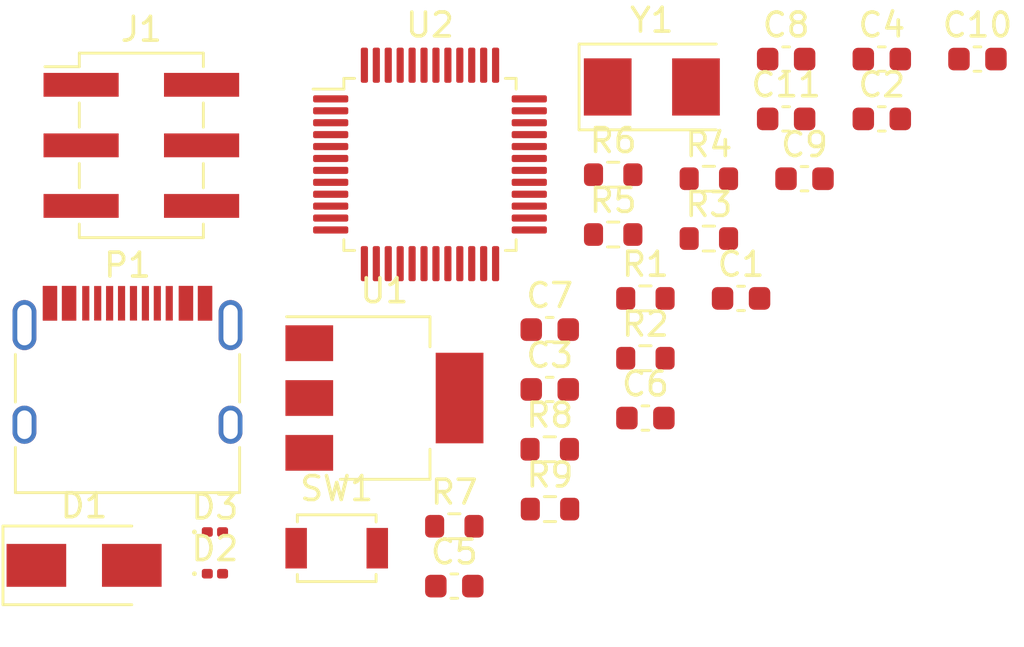
<source format=kicad_pcb>
(kicad_pcb (version 20211014) (generator pcbnew)
  (layers (0 "F.Cu" signal) (31 "B.Cu" signal) (34 "B.Paste" user) (35 "F.Paste" user) (36 "B.SilkS" user "B.Silkscreen") (37 "F.SilkS" user "F.Silkscreen") (38 "B.Mask" user) (39 "F.Mask" user) (44 "Edge.Cuts" user))
  (net 0 "")
  (net 1 "+5V")
  (net 2 "GNDD")
  (net 3 "+3V3")
  (net 4 "RESET")
  (net 5 "OSC_IN")
  (net 6 "OSC_OUT")
  (net 7 "Net-(D1-Pad1)")
  (net 8 "Net-(D2-Pad1)")
  (net 9 "Net-(D3-Pad1)")
  (net 10 "Net-(J1-Pad3)")
  (net 11 "Net-(J1-Pad4)")
  (net 12 "Net-(P1-PadA6)")
  (net 15 "Net-(P1-PadA7)")
  (net 18 "LED")
  (net 19 "PA11")
  (net 20 "PA12")
  (net 21 "BOOT0")
  (net 22 "BOOT1")
  (footprint "Capacitor_SMD:C_0603_1608Metric" (layer "F.Cu") (at 49.13 34.965)
    (fp_text reference "C7" (at 0 -1.43) (layer "F.SilkS"))
    (fp_text value "100nF")
    (fp_line (start -0.14058 -0.51) (end 0.14058 -0.51) (layer "F.SilkS") (width 0.12))
    (fp_line (start -0.14058 0.51) (end 0.14058 0.51) (layer "F.SilkS") (width 0.12))
    (pad "1" smd roundrect locked (at -0.775 0) (size 0.9 0.95) (layers "F.Cu" "F.Paste" "F.Mask") (net 3 "+3V3"))
    (pad "2" smd roundrect locked (at 0.775 0) (size 0.9 0.95) (layers "F.Cu" "F.Paste" "F.Mask") (net 2 "GNDD"))
  )
  (footprint "Connector_USB:USB_C_Receptacle_HRO_TYPE-C-31-M-12" (layer "F.Cu") (at 31.43 37.905)
    (fp_text reference "P1" (at 0 -5.645) (layer "F.SilkS"))
    (fp_text value "USB_C_Plug")
    (fp_line (start -4.7 -1.9) (end -4.7 0.1) (layer "F.SilkS") (width 0.12))
    (fp_line (start -4.7 2) (end -4.7 3.9) (layer "F.SilkS") (width 0.12))
    (fp_line (start 4.7 -1.9) (end 4.7 0.1) (layer "F.SilkS") (width 0.12))
    (fp_line (start 4.7 2) (end 4.7 3.9) (layer "F.SilkS") (width 0.12))
    (fp_line (start -4.7 3.9) (end 4.7 3.9) (layer "F.SilkS") (width 0.12))
    (pad "" np_thru_hole circle locked (at -2.89 -2.6) (size 0.65 0.65) (drill 0.65) (layers *.Cu *.Mask))
    (pad "" np_thru_hole circle locked (at 2.89 -2.6) (size 0.65 0.65) (drill 0.65) (layers *.Cu *.Mask))
    (pad "A1" smd rect locked (at -3.25 -4.045) (size 0.6 1.45) (layers "F.Cu" "F.Paste" "F.Mask") (net 2 "GNDD"))
    (pad "A4" smd rect locked (at -2.45 -4.045) (size 0.6 1.45) (layers "F.Cu" "F.Paste" "F.Mask") (net 7 "Net-(D1-Pad1)"))
    (pad "A5" smd rect locked (at -1.25 -4.045) (size 0.3 1.45) (layers "F.Cu" "F.Paste" "F.Mask"))
    (pad "A6" smd rect locked (at -0.25 -4.045) (size 0.3 1.45) (layers "F.Cu" "F.Paste" "F.Mask") (net 12 "Net-(P1-PadA6)"))
    (pad "A7" smd rect locked (at 0.25 -4.045) (size 0.3 1.45) (layers "F.Cu" "F.Paste" "F.Mask") (net 15 "Net-(P1-PadA7)"))
    (pad "A8" smd rect locked (at 1.25 -4.045) (size 0.3 1.45) (layers "F.Cu" "F.Paste" "F.Mask"))
    (pad "A9" smd rect locked (at 2.45 -4.045) (size 0.6 1.45) (layers "F.Cu" "F.Paste" "F.Mask") (net 7 "Net-(D1-Pad1)"))
    (pad "A12" smd rect locked (at 3.25 -4.045) (size 0.6 1.45) (layers "F.Cu" "F.Paste" "F.Mask") (net 2 "GNDD"))
    (pad "B1" smd rect locked (at 3.25 -4.045) (size 0.6 1.45) (layers "F.Cu" "F.Paste" "F.Mask") (net 2 "GNDD"))
    (pad "B4" smd rect locked (at 2.45 -4.045) (size 0.6 1.45) (layers "F.Cu" "F.Paste" "F.Mask") (net 7 "Net-(D1-Pad1)"))
    (pad "B5" smd rect locked (at 1.75 -4.045) (size 0.3 1.45) (layers "F.Cu" "F.Paste" "F.Mask"))
    (pad "B6" smd rect locked (at 0.75 -4.045) (size 0.3 1.45) (layers "F.Cu" "F.Paste" "F.Mask"))
    (pad "B7" smd rect locked (at -0.75 -4.045) (size 0.3 1.45) (layers "F.Cu" "F.Paste" "F.Mask"))
    (pad "B8" smd rect locked (at -1.75 -4.045) (size 0.3 1.45) (layers "F.Cu" "F.Paste" "F.Mask"))
    (pad "B9" smd rect locked (at -2.45 -4.045) (size 0.6 1.45) (layers "F.Cu" "F.Paste" "F.Mask") (net 7 "Net-(D1-Pad1)"))
    (pad "B12" smd rect locked (at -3.25 -4.045) (size 0.6 1.45) (layers "F.Cu" "F.Paste" "F.Mask") (net 2 "GNDD"))
    (pad "S1" thru_hole oval locked (at 4.32 1.05) (size 1 1.6) (drill oval 0.6 1.2) (layers *.Cu *.Mask) (net 2 "GNDD"))
    (pad "S1" thru_hole oval locked (at -4.32 1.05) (size 1 1.6) (drill oval 0.6 1.2) (layers *.Cu *.Mask) (net 2 "GNDD"))
    (pad "S1" thru_hole oval locked (at -4.32 -3.13) (size 1 2.1) (drill oval 0.6 1.7) (layers *.Cu *.Mask) (net 2 "GNDD"))
    (pad "S1" thru_hole oval locked (at 4.32 -3.13) (size 1 2.1) (drill oval 0.6 1.7) (layers *.Cu *.Mask) (net 2 "GNDD"))
  )
  (footprint "Capacitor_SMD:C_0603_1608Metric" (layer "F.Cu") (at 63.05 26.125)
    (fp_text reference "C2" (at 0 -1.43) (layer "F.SilkS"))
    (fp_text value "100nF")
    (fp_line (start -0.14058 0.51) (end 0.14058 0.51) (layer "F.SilkS") (width 0.12))
    (fp_line (start -0.14058 -0.51) (end 0.14058 -0.51) (layer "F.SilkS") (width 0.12))
    (pad "1" smd roundrect locked (at -0.775 0) (size 0.9 0.95) (layers "F.Cu" "F.Paste" "F.Mask") (net 1 "+5V"))
    (pad "2" smd roundrect locked (at 0.775 0) (size 0.9 0.95) (layers "F.Cu" "F.Paste" "F.Mask") (net 2 "GNDD"))
  )
  (footprint "Resistor_SMD:R_0603_1608Metric" (layer "F.Cu") (at 45.13 43.215)
    (fp_text reference "R7" (at 0 -1.43) (layer "F.SilkS"))
    (fp_text value "1M")
    (fp_line (start -0.237258 -0.5225) (end 0.237258 -0.5225) (layer "F.SilkS") (width 0.12))
    (fp_line (start -0.237258 0.5225) (end 0.237258 0.5225) (layer "F.SilkS") (width 0.12))
    (pad "1" smd roundrect locked (at -0.825 0) (size 0.8 0.95) (layers "F.Cu" "F.Paste" "F.Mask") (net 5 "OSC_IN"))
    (pad "2" smd roundrect locked (at 0.825 0) (size 0.8 0.95) (layers "F.Cu" "F.Paste" "F.Mask") (net 6 "OSC_OUT"))
  )
  (footprint "Resistor_SMD:R_0603_1608Metric" (layer "F.Cu") (at 53.14 33.655)
    (fp_text reference "R1" (at 0 -1.43) (layer "F.SilkS"))
    (fp_text value "510R")
    (fp_line (start -0.237258 -0.5225) (end 0.237258 -0.5225) (layer "F.SilkS") (width 0.12))
    (fp_line (start -0.237258 0.5225) (end 0.237258 0.5225) (layer "F.SilkS") (width 0.12))
    (pad "1" smd roundrect locked (at -0.825 0) (size 0.8 0.95) (layers "F.Cu" "F.Paste" "F.Mask") (net 8 "Net-(D2-Pad1)"))
    (pad "2" smd roundrect locked (at 0.825 0) (size 0.8 0.95) (layers "F.Cu" "F.Paste" "F.Mask") (net 18 "LED"))
  )
  (footprint "Capacitor_SMD:C_0603_1608Metric" (layer "F.Cu") (at 59.04 23.615)
    (fp_text reference "C8" (at 0 -1.43) (layer "F.SilkS"))
    (fp_text value "100nF")
    (fp_line (start -0.14058 -0.51) (end 0.14058 -0.51) (layer "F.SilkS") (width 0.12))
    (fp_line (start -0.14058 0.51) (end 0.14058 0.51) (layer "F.SilkS") (width 0.12))
    (pad "1" smd roundrect locked (at -0.775 0) (size 0.9 0.95) (layers "F.Cu" "F.Paste" "F.Mask") (net 3 "+3V3"))
    (pad "2" smd roundrect locked (at 0.775 0) (size 0.9 0.95) (layers "F.Cu" "F.Paste" "F.Mask") (net 2 "GNDD"))
  )
  (footprint "Diode_SMD:D_0201_0603Metric" (layer "F.Cu") (at 35.095 45.205)
    (fp_text reference "D2" (at 0 -1.05) (layer "F.SilkS"))
    (fp_text value "LED")
    (fp_circle (center -0.86 0) (end -0.81 0) (layer "F.SilkS") (width 0.1) (fill none))
    (pad "1" smd roundrect locked (at -0.32 0) (size 0.46 0.4) (layers "F.Cu" "F.Mask") (net 8 "Net-(D2-Pad1)"))
    (pad "2" smd roundrect locked (at 0.32 0) (size 0.46 0.4) (layers "F.Cu" "F.Mask") (net 3 "+3V3"))
  )
  (footprint "Package_TO_SOT_SMD:SOT-223-3_TabPin2" (layer "F.Cu") (at 42.2 37.835)
    (fp_text reference "U1" (at 0 -4.5) (layer "F.SilkS"))
    (fp_text value "AMS1117-3.3")
    (fp_line (start 1.91 3.41) (end 1.91 2.15) (layer "F.SilkS") (width 0.12))
    (fp_line (start -1.85 3.41) (end 1.91 3.41) (layer "F.SilkS") (width 0.12))
    (fp_line (start 1.91 -3.41) (end 1.91 -2.15) (layer "F.SilkS") (width 0.12))
    (fp_line (start -4.1 -3.41) (end 1.91 -3.41) (layer "F.SilkS") (width 0.12))
    (pad "1" smd rect locked (at -3.15 -2.3) (size 2 1.5) (layers "F.Cu" "F.Paste" "F.Mask") (net 2 "GNDD"))
    (pad "2" smd rect locked (at -3.15 0) (size 2 1.5) (layers "F.Cu" "F.Paste" "F.Mask") (net 3 "+3V3"))
    (pad "2" smd rect locked (at 3.15 0) (size 2 3.8) (layers "F.Cu" "F.Paste" "F.Mask") (net 3 "+3V3"))
    (pad "3" smd rect locked (at -3.15 2.3) (size 2 1.5) (layers "F.Cu" "F.Paste" "F.Mask") (net 1 "+5V"))
  )
  (footprint "Capacitor_SMD:C_0603_1608Metric" (layer "F.Cu") (at 45.13 45.725)
    (fp_text reference "C5" (at 0 -1.43) (layer "F.SilkS"))
    (fp_text value "100nF")
    (fp_line (start -0.14058 0.51) (end 0.14058 0.51) (layer "F.SilkS") (width 0.12))
    (fp_line (start -0.14058 -0.51) (end 0.14058 -0.51) (layer "F.SilkS") (width 0.12))
    (pad "1" smd roundrect locked (at -0.775 0) (size 0.9 0.95) (layers "F.Cu" "F.Paste" "F.Mask") (net 3 "+3V3"))
    (pad "2" smd roundrect locked (at 0.775 0) (size 0.9 0.95) (layers "F.Cu" "F.Paste" "F.Mask") (net 2 "GNDD"))
  )
  (footprint "Resistor_SMD:R_0603_1608Metric" (layer "F.Cu") (at 51.79 30.975)
    (fp_text reference "R5" (at 0 -1.43) (layer "F.SilkS"))
    (fp_text value "4K7")
    (fp_line (start -0.237258 -0.5225) (end 0.237258 -0.5225) (layer "F.SilkS") (width 0.12))
    (fp_line (start -0.237258 0.5225) (end 0.237258 0.5225) (layer "F.SilkS") (width 0.12))
    (pad "1" smd roundrect locked (at -0.825 0) (size 0.8 0.95) (layers "F.Cu" "F.Paste" "F.Mask") (net 1 "+5V"))
    (pad "2" smd roundrect locked (at 0.825 0) (size 0.8 0.95) (layers "F.Cu" "F.Paste" "F.Mask") (net 20 "PA12"))
  )
  (footprint "Button_Switch_SMD:SW_SPST_B3U-1000P" (layer "F.Cu") (at 40.2 44.135)
    (fp_text reference "SW1" (at 0 -2.5) (layer "F.SilkS"))
    (fp_text value "Reset")
    (fp_line (start -1.65 1.1) (end -1.65 1.4) (layer "F.SilkS") (width 0.12))
    (fp_line (start -1.65 -1.4) (end 1.65 -1.4) (layer "F.SilkS") (width 0.12))
    (fp_line (start 1.65 -1.4) (end 1.65 -1.1) (layer "F.SilkS") (width 0.12))
    (fp_line (start 1.65 1.4) (end 1.65 1.1) (layer "F.SilkS") (width 0.12))
    (fp_line (start -1.65 -1.1) (end -1.65 -1.4) (layer "F.SilkS") (width 0.12))
    (fp_line (start -1.65 1.4) (end 1.65 1.4) (layer "F.SilkS") (width 0.12))
    (pad "1" smd rect locked (at -1.7 0) (size 0.9 1.7) (layers "F.Cu" "F.Paste" "F.Mask") (net 2 "GNDD"))
    (pad "2" smd rect locked (at 1.7 0) (size 0.9 1.7) (layers "F.Cu" "F.Paste" "F.Mask") (net 4 "RESET"))
  )
  (footprint "Capacitor_SMD:C_0603_1608Metric" (layer "F.Cu") (at 59.81 28.635)
    (fp_text reference "C9" (at 0 -1.43) (layer "F.SilkS"))
    (fp_text value "1uF")
    (fp_line (start -0.14058 0.51) (end 0.14058 0.51) (layer "F.SilkS") (width 0.12))
    (fp_line (start -0.14058 -0.51) (end 0.14058 -0.51) (layer "F.SilkS") (width 0.12))
    (pad "1" smd roundrect locked (at -0.775 0) (size 0.9 0.95) (layers "F.Cu" "F.Paste" "F.Mask") (net 4 "RESET"))
    (pad "2" smd roundrect locked (at 0.775 0) (size 0.9 0.95) (layers "F.Cu" "F.Paste" "F.Mask") (net 2 "GNDD"))
  )
  (footprint "Resistor_SMD:R_0603_1608Metric" (layer "F.Cu") (at 51.79 28.465)
    (fp_text reference "R6" (at 0 -1.43) (layer "F.SilkS"))
    (fp_text value "10K")
    (fp_line (start -0.237258 -0.5225) (end 0.237258 -0.5225) (layer "F.SilkS") (width 0.12))
    (fp_line (start -0.237258 0.5225) (end 0.237258 0.5225) (layer "F.SilkS") (width 0.12))
    (pad "1" smd roundrect locked (at -0.825 0) (size 0.8 0.95) (layers "F.Cu" "F.Paste" "F.Mask") (net 4 "RESET"))
    (pad "2" smd roundrect locked (at 0.825 0) (size 0.8 0.95) (layers "F.Cu" "F.Paste" "F.Mask") (net 3 "+3V3"))
  )
  (footprint "Resistor_SMD:R_0603_1608Metric" (layer "F.Cu") (at 55.8 31.145)
    (fp_text reference "R3" (at 0 -1.43) (layer "F.SilkS"))
    (fp_text value "510R")
    (fp_line (start -0.237258 -0.5225) (end 0.237258 -0.5225) (layer "F.SilkS") (width 0.12))
    (fp_line (start -0.237258 0.5225) (end 0.237258 0.5225) (layer "F.SilkS") (width 0.12))
    (pad "1" smd roundrect locked (at -0.825 0) (size 0.8 0.95) (layers "F.Cu" "F.Paste" "F.Mask") (net 9 "Net-(D3-Pad1)"))
    (pad "2" smd roundrect locked (at 0.825 0) (size 0.8 0.95) (layers "F.Cu" "F.Paste" "F.Mask") (net 2 "GNDD"))
  )
  (footprint "Diode_SMD:D_0201_0603Metric" (layer "F.Cu") (at 35.095 43.455)
    (fp_text reference "D3" (at 0 -1.05) (layer "F.SilkS"))
    (fp_text value "PWR")
    (fp_circle (center -0.86 0) (end -0.81 0) (layer "F.SilkS") (width 0.1) (fill none))
    (pad "1" smd roundrect locked (at -0.32 0) (size 0.46 0.4) (layers "F.Cu" "F.Mask") (net 9 "Net-(D3-Pad1)"))
    (pad "2" smd roundrect locked (at 0.32 0) (size 0.46 0.4) (layers "F.Cu" "F.Mask") (net 3 "+3V3"))
  )
  (footprint "Capacitor_SMD:C_0603_1608Metric" (layer "F.Cu") (at 63.05 23.615)
    (fp_text reference "C4" (at 0 -1.43) (layer "F.SilkS"))
    (fp_text value "330uF")
    (fp_line (start -0.14058 0.51) (end 0.14058 0.51) (layer "F.SilkS") (width 0.12))
    (fp_line (start -0.14058 -0.51) (end 0.14058 -0.51) (layer "F.SilkS") (width 0.12))
    (pad "1" smd roundrect locked (at -0.775 0) (size 0.9 0.95) (layers "F.Cu" "F.Paste" "F.Mask") (net 3 "+3V3"))
    (pad "2" smd roundrect locked (at 0.775 0) (size 0.9 0.95) (layers "F.Cu" "F.Paste" "F.Mask") (net 2 "GNDD"))
  )
  (footprint "Capacitor_SMD:C_0603_1608Metric" (layer "F.Cu") (at 49.13 37.475)
    (fp_text reference "C3" (at 0 -1.43) (layer "F.SilkS"))
    (fp_text value "100nF")
    (fp_line (start -0.14058 -0.51) (end 0.14058 -0.51) (layer "F.SilkS") (width 0.12))
    (fp_line (start -0.14058 0.51) (end 0.14058 0.51) (layer "F.SilkS") (width 0.12))
    (pad "1" smd roundrect locked (at -0.775 0) (size 0.9 0.95) (layers "F.Cu" "F.Paste" "F.Mask") (net 3 "+3V3"))
    (pad "2" smd roundrect locked (at 0.775 0) (size 0.9 0.95) (layers "F.Cu" "F.Paste" "F.Mask") (net 2 "GNDD"))
  )
  (footprint "Capacitor_SMD:C_0603_1608Metric" (layer "F.Cu") (at 53.14 38.675)
    (fp_text reference "C6" (at 0 -1.43) (layer "F.SilkS"))
    (fp_text value "100nF")
    (fp_line (start -0.14058 0.51) (end 0.14058 0.51) (layer "F.SilkS") (width 0.12))
    (fp_line (start -0.14058 -0.51) (end 0.14058 -0.51) (layer "F.SilkS") (width 0.12))
    (pad "1" smd roundrect locked (at -0.775 0) (size 0.9 0.95) (layers "F.Cu" "F.Paste" "F.Mask") (net 3 "+3V3"))
    (pad "2" smd roundrect locked (at 0.775 0) (size 0.9 0.95) (layers "F.Cu" "F.Paste" "F.Mask") (net 2 "GNDD"))
  )
  (footprint "Connector_PinHeader_2.54mm:PinHeader_2x03_P2.54mm_Vertical_SMD" (layer "F.Cu") (at 32.01 27.235)
    (fp_text reference "J1" (at 0 -4.87) (layer "F.SilkS"))
    (fp_text value "BOOT MODE")
    (fp_line (start -2.6 -3.87) (end -2.6 -3.3) (layer "F.SilkS") (width 0.12))
    (fp_line (start -2.6 3.3) (end -2.6 3.87) (layer "F.SilkS") (width 0.12))
    (fp_line (start 2.6 0.76) (end 2.6 1.78) (layer "F.SilkS") (width 0.12))
    (fp_line (start -2.6 0.76) (end -2.6 1.78) (layer "F.SilkS") (width 0.12))
    (fp_line (start -2.6 -3.87) (end 2.6 -3.87) (layer "F.SilkS") (width 0.12))
    (fp_line (start -4.04 -3.3) (end -2.6 -3.3) (layer "F.SilkS") (width 0.12))
    (fp_line (start 2.6 3.3) (end 2.6 3.87) (layer "F.SilkS") (width 0.12))
    (fp_line (start -2.6 -1.78) (end -2.6 -0.76) (layer "F.SilkS") (width 0.12))
    (fp_line (start -2.6 3.87) (end 2.6 3.87) (layer "F.SilkS") (width 0.12))
    (fp_line (start 2.6 -1.78) (end 2.6 -0.76) (layer "F.SilkS") (width 0.12))
    (fp_line (start 2.6 -3.87) (end 2.6 -3.3) (layer "F.SilkS") (width 0.12))
    (pad "1" smd rect locked (at -2.525 -2.54) (size 3.15 1) (layers "F.Cu" "F.Paste" "F.Mask") (net 3 "+3V3"))
    (pad "2" smd rect locked (at 2.525 -2.54) (size 3.15 1) (layers "F.Cu" "F.Paste" "F.Mask") (net 3 "+3V3"))
    (pad "3" smd rect locked (at -2.525 0) (size 3.15 1) (layers "F.Cu" "F.Paste" "F.Mask") (net 10 "Net-(J1-Pad3)"))
    (pad "4" smd rect locked (at 2.525 0) (size 3.15 1) (layers "F.Cu" "F.Paste" "F.Mask") (net 11 "Net-(J1-Pad4)"))
    (pad "5" smd rect locked (at -2.525 2.54) (size 3.15 1) (layers "F.Cu" "F.Paste" "F.Mask") (net 2 "GNDD"))
    (pad "6" smd rect locked (at 2.525 2.54) (size 3.15 1) (layers "F.Cu" "F.Paste" "F.Mask") (net 2 "GNDD"))
  )
  (footprint "Resistor_SMD:R_0603_1608Metric" (layer "F.Cu") (at 49.13 39.985)
    (fp_text reference "R8" (at 0 -1.43) (layer "F.SilkS"))
    (fp_text value "100K")
    (fp_line (start -0.237258 0.5225) (end 0.237258 0.5225) (layer "F.SilkS") (width 0.12))
    (fp_line (start -0.237258 -0.5225) (end 0.237258 -0.5225) (layer "F.SilkS") (width 0.12))
    (pad "1" smd roundrect locked (at -0.825 0) (size 0.8 0.95) (layers "F.Cu" "F.Paste" "F.Mask") (net 21 "BOOT0"))
    (pad "2" smd roundrect locked (at 0.825 0) (size 0.8 0.95) (layers "F.Cu" "F.Paste" "F.Mask") (net 10 "Net-(J1-Pad3)"))
  )
  (footprint "Crystal:Crystal_SMD_5032-2Pin_5.0x3.2mm" (layer "F.Cu") (at 53.41 24.785)
    (fp_text reference "Y1" (at 0 -2.8) (layer "F.SilkS"))
    (fp_text value "8MHz")
    (fp_line (start -3.05 -1.8) (end -3.05 1.8) (layer "F.SilkS") (width 0.12))
    (fp_line (start -3.05 1.8) (end 2.7 1.8) (layer "F.SilkS") (width 0.12))
    (fp_line (start 2.7 -1.8) (end -3.05 -1.8) (layer "F.SilkS") (width 0.12))
    (pad "1" smd rect locked (at -1.85 0) (size 2 2.4) (layers "F.Cu" "F.Paste" "F.Mask") (net 6 "OSC_OUT"))
    (pad "2" smd rect locked (at 1.85 0) (size 2 2.4) (layers "F.Cu" "F.Paste" "F.Mask") (net 5 "OSC_IN"))
  )
  (footprint "Package_QFP:LQFP-48_7x7mm_P0.5mm" (layer "F.Cu") (at 44.11 28.035)
    (fp_text reference "U2" (at 0 -5.85) (layer "F.SilkS"))
    (fp_text value "STM32F030C8Tx")
    (fp_line (start -3.61 -3.16) (end -4.9 -3.16) (layer "F.SilkS") (width 0.12))
    (fp_line (start -3.61 3.61) (end -3.61 3.16) (layer "F.SilkS") (width 0.12))
    (fp_line (start 3.16 3.61) (end 3.61 3.61) (layer "F.SilkS") (width 0.12))
    (fp_line (start 3.61 3.61) (end 3.61 3.16) (layer "F.SilkS") (width 0.12))
    (fp_line (start -3.16 3.61) (end -3.61 3.61) (layer "F.SilkS") (width 0.12))
    (fp_line (start -3.61 -3.61) (end -3.61 -3.16) (layer "F.SilkS") (width 0.12))
    (fp_line (start 3.16 -3.61) (end 3.61 -3.61) (layer "F.SilkS") (width 0.12))
    (fp_line (start -3.16 -3.61) (end -3.61 -3.61) (layer "F.SilkS") (width 0.12))
    (fp_line (start 3.61 -3.61) (end 3.61 -3.16) (layer "F.SilkS") (width 0.12))
    (pad "1" smd roundrect locked (at -4.1625 -2.75) (size 1.475 0.3) (layers "F.Cu" "F.Paste" "F.Mask") (net 3 "+3V3"))
    (pad "2" smd roundrect locked (at -4.1625 -2.25) (size 1.475 0.3) (layers "F.Cu" "F.Paste" "F.Mask") (net 18 "LED"))
    (pad "3" smd roundrect locked (at -4.1625 -1.75) (size 1.475 0.3) (layers "F.Cu" "F.Paste" "F.Mask"))
    (pad "4" smd roundrect locked (at -4.1625 -1.25) (size 1.475 0.3) (layers "F.Cu" "F.Paste" "F.Mask"))
    (pad "5" smd roundrect locked (at -4.1625 -0.75) (size 1.475 0.3) (layers "F.Cu" "F.Paste" "F.Mask") (net 5 "OSC_IN"))
    (pad "6" smd roundrect locked (at -4.1625 -0.25) (size 1.475 0.3) (layers "F.Cu" "F.Paste" "F.Mask") (net 6 "OSC_OUT"))
    (pad "7" smd roundrect locked (at -4.1625 0.25) (size 1.475 0.3) (layers "F.Cu" "F.Paste" "F.Mask") (net 4 "RESET"))
    (pad "8" smd roundrect locked (at -4.1625 0.75) (size 1.475 0.3) (layers "F.Cu" "F.Paste" "F.Mask") (net 2 "GNDD"))
    (pad "9" smd roundrect locked (at -4.1625 1.25) (size 1.475 0.3) (layers "F.Cu" "F.Paste" "F.Mask") (net 3 "+3V3"))
    (pad "10" smd roundrect locked (at -4.1625 1.75) (size 1.475 0.3) (layers "F.Cu" "F.Paste" "F.Mask"))
    (pad "11" smd roundrect locked (at -4.1625 2.25) (size 1.475 0.3) (layers "F.Cu" "F.Paste" "F.Mask"))
    (pad "12" smd roundrect locked (at -4.1625 2.75) (size 1.475 0.3) (layers "F.Cu" "F.Paste" "F.Mask"))
    (pad "13" smd roundrect locked (at -2.75 4.1625) (size 0.3 1.475) (layers "F.Cu" "F.Paste" "F.Mask"))
    (pad "14" smd roundrect locked (at -2.25 4.1625) (size 0.3 1.475) (layers "F.Cu" "F.Paste" "F.Mask"))
    (pad "15" smd roundrect locked (at -1.75 4.1625) (size 0.3 1.475) (layers "F.Cu" "F.Paste" "F.Mask"))
    (pad "16" smd roundrect locked (at -1.25 4.1625) (size 0.3 1.475) (layers "F.Cu" "F.Paste" "F.Mask"))
    (pad "17" smd roundrect locked (at -0.75 4.1625) (size 0.3 1.475) (layers "F.Cu" "F.Paste" "F.Mask"))
    (pad "18" smd roundrect locked (at -0.25 4.1625) (size 0.3 1.475) (layers "F.Cu" "F.Paste" "F.Mask"))
    (pad "19" smd roundrect locked (at 0.25 4.1625) (size 0.3 1.475) (layers "F.Cu" "F.Paste" "F.Mask"))
    (pad "20" smd roundrect locked (at 0.75 4.1625) (size 0.3 1.475) (layers "F.Cu" "F.Paste" "F.Mask") (net 22 "BOOT1"))
    (pad "21" smd roundrect locked (at 1.25 4.1625) (size 0.3 1.475) (layers "F.Cu" "F.Paste" "F.Mask"))
    (pad "22" smd roundrect locked (at 1.75 4.1625) (size 0.3 1.475) (layers "F.Cu" "F.Paste" "F.Mask"))
    (pad "23" smd roundrect locked (at 2.25 4.1625) (size 0.3 1.475) (layers "F.Cu" "F.Paste" "F.Mask") (net 2 "GNDD"))
    (pad "24" smd roundrect locked (at 2.75 4.1625) (size 0.3 1.475) (layers "F.Cu" "F.Paste" "F.Mask") (net 3 "+3V3"))
    (pad "25" smd roundrect locked (at 4.1625 2.75) (size 1.475 0.3) (layers "F.Cu" "F.Paste" "F.Mask"))
    (pad "26" smd roundrect locked (at 4.1625 2.25) (size 1.475 0.3) (layers "F.Cu" "F.Paste" "F.Mask"))
    (pad "27" smd roundrect locked (at 4.1625 1.75) (size 1.475 0.3) (layers "F.Cu" "F.Paste" "F.Mask"))
    (pad "28" smd roundrect locked (at 4.1625 1.25) (size 1.475 0.3) (layers "F.Cu" "F.Paste" "F.Mask"))
    (pad "29" smd roundrect locked (at 4.1625 0.75) (size 1.475 0.3) (layers "F.Cu" "F.Paste" "F.Mask"))
    (pad "30" smd roundrect locked (at 4.1625 0.25) (size 1.475 0.3) (layers "F.Cu" "F.Paste" "F.Mask"))
    (pad "31" smd roundrect locked (at 4.1625 -0.25) (size 1.475 0.3) (layers "F.Cu" "F.Paste" "F.Mask"))
    (pad "32" smd roundrect locked (at 4.1625 -0.75) (size 1.475 0.3) (layers "F.Cu" "F.Paste" "F.Mask") (net 19 "PA11"))
    (pad "33" smd roundrect locked (at 4.1625 -1.25) (size 1.475 0.3) (layers "F.Cu" "F.Paste" "F.Mask") (net 20 "PA12"))
    (pad "34" smd roundrect locked (at 4.1625 -1.75) (size 1.475 0.3) (layers "F.Cu" "F.Paste" "F.Mask"))
    (pad "35" smd roundrect locked (at 4.1625 -2.25) (size 1.475 0.3) (layers "F.Cu" "F.Paste" "F.Mask") (net 2 "GNDD"))
    (pad "36" smd roundrect locked (at 4.1625 -2.75) (size 1.475 0.3) (layers "F.Cu" "F.Paste" "F.Mask") (net 3 "+3V3"))
    (pad "37" smd roundrect locked (at 2.75 -4.1625) (size 0.3 1.475) (layers "F.Cu" "F.Paste" "F.Mask"))
    (pad "38" smd roundrect locked (at 2.25 -4.1625) (size 0.3 1.475) (layers "F.Cu" "F.Paste" "F.Mask"))
    (pad "39" smd roundrect locked (at 1.75 -4.1625) (size 0.3 1.475) (layers "F.Cu" "F.Paste" "F.Mask"))
    (pad "40" smd roundrect locked (at 1.25 -4.1625) (size 0.3 1.475) (layers "F.Cu" "F.Paste" "F.Mask"))
    (pad "41" smd roundrect locked (at 0.75 -4.1625) (size 0.3 1.475) (layers "F.Cu" "F.Paste" "F.Mask"))
    (pad "42" smd roundrect locked (at 0.25 -4.1625) (size 0.3 1.475) (layers "F.Cu" "F.Paste" "F.Mask"))
    (pad "43" smd roundrect locked (at -0.25 -4.1625) (size 0.3 1.475) (layers "F.Cu" "F.Paste" "F.Mask"))
    (pad "44" smd roundrect locked (at -0.75 -4.1625) (size 0.3 1.475) (layers "F.Cu" "F.Paste" "F.Mask") (net 21 "BOOT0"))
    (pad "45" smd roundrect locked (at -1.25 -4.1625) (size 0.3 1.475) (layers "F.Cu" "F.Paste" "F.Mask"))
    (pad "46" smd roundrect locked (at -1.75 -4.1625) (size 0.3 1.475) (layers "F.Cu" "F.Paste" "F.Mask"))
    (pad "47" smd roundrect locked (at -2.25 -4.1625) (size 0.3 1.475) (layers "F.Cu" "F.Paste" "F.Mask") (net 2 "GNDD"))
    (pad "48" smd roundrect locked (at -2.75 -4.1625) (size 0.3 1.475) (layers "F.Cu" "F.Paste" "F.Mask") (net 3 "+3V3"))
  )
  (footprint "Resistor_SMD:R_0603_1608Metric" (layer "F.Cu") (at 55.8 28.635)
    (fp_text reference "R4" (at 0 -1.43) (layer "F.SilkS"))
    (fp_text value "20R")
    (fp_line (start -0.237258 0.5225) (end 0.237258 0.5225) (layer "F.SilkS") (width 0.12))
    (fp_line (start -0.237258 -0.5225) (end 0.237258 -0.5225) (layer "F.SilkS") (width 0.12))
    (pad "1" smd roundrect locked (at -0.825 0) (size 0.8 0.95) (layers "F.Cu" "F.Paste" "F.Mask") (net 12 "Net-(P1-PadA6)"))
    (pad "2" smd roundrect locked (at 0.825 0) (size 0.8 0.95) (layers "F.Cu" "F.Paste" "F.Mask") (net 20 "PA12"))
  )
  (footprint "Diode_SMD:D_SMA" (layer "F.Cu") (at 29.61 44.855)
    (fp_text reference "D1" (at 0 -2.5) (layer "F.SilkS"))
    (fp_text value "SS110")
    (fp_line (start -3.4 1.65) (end 2 1.65) (layer "F.SilkS") (width 0.12))
    (fp_line (start -3.4 -1.65) (end 2 -1.65) (layer "F.SilkS") (width 0.12))
    (fp_line (start -3.4 -1.65) (end -3.4 1.65) (layer "F.SilkS") (width 0.12))
    (pad "1" smd rect locked (at -2 0) (size 2.5 1.8) (layers "F.Cu" "F.Paste" "F.Mask") (net 7 "Net-(D1-Pad1)"))
    (pad "2" smd rect locked (at 2 0) (size 2.5 1.8) (layers "F.Cu" "F.Paste" "F.Mask") (net 1 "+5V"))
  )
  (footprint "Capacitor_SMD:C_0603_1608Metric" (layer "F.Cu") (at 59.04 26.125)
    (fp_text reference "C11" (at 0 -1.43) (layer "F.SilkS"))
    (fp_text value "20pF")
    (fp_line (start -0.14058 -0.51) (end 0.14058 -0.51) (layer "F.SilkS") (width 0.12))
    (fp_line (start -0.14058 0.51) (end 0.14058 0.51) (layer "F.SilkS") (width 0.12))
    (pad "1" smd roundrect locked (at -0.775 0) (size 0.9 0.95) (layers "F.Cu" "F.Paste" "F.Mask") (net 6 "OSC_OUT"))
    (pad "2" smd roundrect locked (at 0.775 0) (size 0.9 0.95) (layers "F.Cu" "F.Paste" "F.Mask") (net 2 "GNDD"))
  )
  (footprint "Capacitor_SMD:C_0603_1608Metric" (layer "F.Cu") (at 57.15 33.655)
    (fp_text reference "C1" (at 0 -1.43) (layer "F.SilkS"))
    (fp_text value "100uF")
    (fp_line (start -0.14058 -0.51) (end 0.14058 -0.51) (layer "F.SilkS") (width 0.12))
    (fp_line (start -0.14058 0.51) (end 0.14058 0.51) (layer "F.SilkS") (width 0.12))
    (pad "1" smd roundrect locked (at -0.775 0) (size 0.9 0.95) (layers "F.Cu" "F.Paste" "F.Mask") (net 1 "+5V"))
    (pad "2" smd roundrect locked (at 0.775 0) (size 0.9 0.95) (layers "F.Cu" "F.Paste" "F.Mask") (net 2 "GNDD"))
  )
  (footprint "Resistor_SMD:R_0603_1608Metric" (layer "F.Cu") (at 53.14 36.165)
    (fp_text reference "R2" (at 0 -1.43) (layer "F.SilkS"))
    (fp_text value "20R")
    (fp_line (start -0.237258 -0.5225) (end 0.237258 -0.5225) (layer "F.SilkS") (width 0.12))
    (fp_line (start -0.237258 0.5225) (end 0.237258 0.5225) (layer "F.SilkS") (width 0.12))
    (pad "1" smd roundrect locked (at -0.825 0) (size 0.8 0.95) (layers "F.Cu" "F.Paste" "F.Mask") (net 15 "Net-(P1-PadA7)"))
    (pad "2" smd roundrect locked (at 0.825 0) (size 0.8 0.95) (layers "F.Cu" "F.Paste" "F.Mask") (net 19 "PA11"))
  )
  (footprint "Resistor_SMD:R_0603_1608Metric" (layer "F.Cu") (at 49.14 42.495)
    (fp_text reference "R9" (at 0 -1.43) (layer "F.SilkS"))
    (fp_text value "100K")
    (fp_line (start -0.237258 -0.5225) (end 0.237258 -0.5225) (layer "F.SilkS") (width 0.12))
    (fp_line (start -0.237258 0.5225) (end 0.237258 0.5225) (layer "F.SilkS") (width 0.12))
    (pad "1" smd roundrect locked (at -0.825 0) (size 0.8 0.95) (layers "F.Cu" "F.Paste" "F.Mask") (net 11 "Net-(J1-Pad4)"))
    (pad "2" smd roundrect locked (at 0.825 0) (size 0.8 0.95) (layers "F.Cu" "F.Paste" "F.Mask") (net 22 "BOOT1"))
  )
  (footprint "Capacitor_SMD:C_0603_1608Metric" (layer "F.Cu") (at 67.06 23.615)
    (fp_text reference "C10" (at 0 -1.43) (layer "F.SilkS"))
    (fp_text value "20pF")
    (fp_line (start -0.14058 -0.51) (end 0.14058 -0.51) (layer "F.SilkS") (width 0.12))
    (fp_line (start -0.14058 0.51) (end 0.14058 0.51) (layer "F.SilkS") (width 0.12))
    (pad "1" smd roundrect locked (at -0.775 0) (size 0.9 0.95) (layers "F.Cu" "F.Paste" "F.Mask") (net 5 "OSC_IN"))
    (pad "2" smd roundrect locked (at 0.775 0) (size 0.9 0.95) (layers "F.Cu" "F.Paste" "F.Mask") (net 2 "GNDD"))
  )
)
</source>
